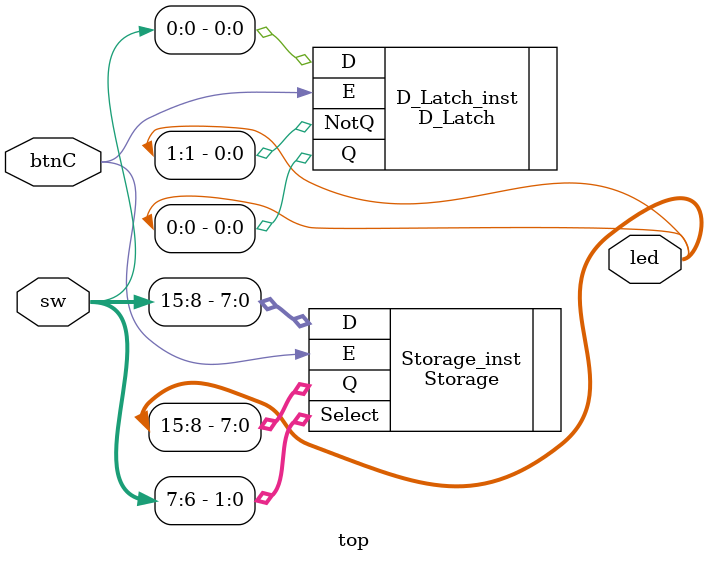
<source format=v>
module top(
        input [15:0]sw,
        input btnC,
        output [15:0]led
    );
    
    D_Latch D_Latch_inst(
        .D(sw[0]),
        .E(btnC),
        .Q(led[0]),
        .NotQ(led[1])
    );
    
    Storage Storage_inst(
        .Select(sw[7:6]),
        .D(sw[15:8]),
        .E(btnC),
        .Q(led[15:8])
    );
    
endmodule

</source>
